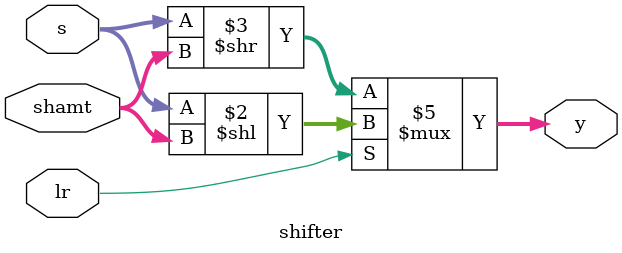
<source format=v>
`timescale 1ns / 1ps
module shifter(
        input wire [31:0] s,
        input wire [4:0]shamt,
        input wire lr,
        output reg [31:0] y
    );
    
    always @(s, shamt) begin
        if (lr) y = s << shamt; 
        else y = s >> shamt;
    end
endmodule

</source>
